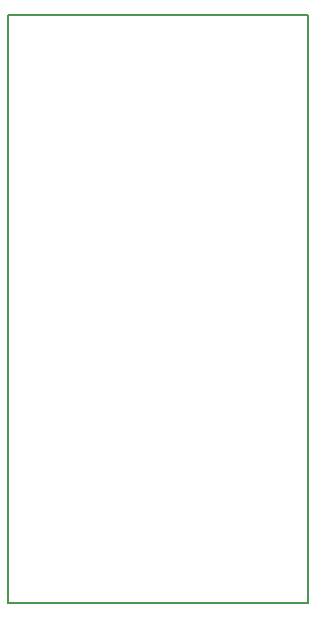
<source format=gbr>
G04 #@! TF.FileFunction,Profile,NP*
%FSLAX46Y46*%
G04 Gerber Fmt 4.6, Leading zero omitted, Abs format (unit mm)*
G04 Created by KiCad (PCBNEW 0.201509151501+6198~30~ubuntu14.04.1-product) date Wed 04 Nov 2015 10:21:58 PM EST*
%MOMM*%
G01*
G04 APERTURE LIST*
%ADD10C,0.100000*%
%ADD11C,0.150000*%
G04 APERTURE END LIST*
D10*
D11*
X134112000Y-105664000D02*
X134112000Y-55880000D01*
X108712000Y-105664000D02*
X134112000Y-105664000D01*
X108712000Y-55880000D02*
X108712000Y-105664000D01*
X134112000Y-55880000D02*
X108712000Y-55880000D01*
M02*

</source>
